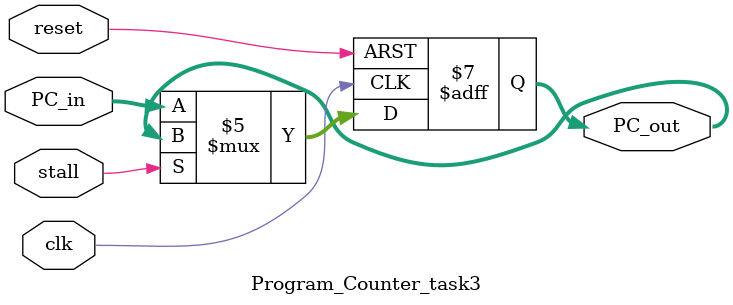
<source format=v>
module Program_Counter_task3(
  input [63:0] PC_in,
  input clk,
  input reset,
  input stall, 
  output reg [63:0] PC_out);
  
  always @(posedge clk or posedge reset)
    begin
      if (reset==1'b1)
        begin        
          PC_out = 64'd0;
        end
      else if (stall == 1'b0) 
        begin 
          PC_out = PC_in;
        end
    end
endmodule


</source>
